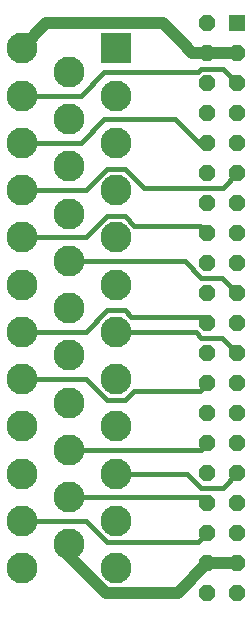
<source format=gbr>
G04 EAGLE Gerber RS-274X export*
G75*
%MOMM*%
%FSLAX34Y34*%
%LPD*%
%INBottom Copper*%
%IPPOS*%
%AMOC8*
5,1,8,0,0,1.08239X$1,22.5*%
G01*
%ADD10R,2.625000X2.625000*%
%ADD11C,2.625000*%
%ADD12R,1.422400X1.422400*%
%ADD13P,1.539592X8X292.500000*%
%ADD14C,0.400000*%
%ADD15C,1.000000*%


D10*
X130000Y650000D03*
D11*
X130000Y610000D03*
X130000Y570000D03*
X130000Y530000D03*
X130000Y490000D03*
X130000Y450000D03*
X130000Y410000D03*
X130000Y370000D03*
X130000Y330000D03*
X130000Y290000D03*
X130000Y250000D03*
X130000Y210000D03*
X90000Y630000D03*
X90000Y590000D03*
X90000Y550000D03*
X90000Y510000D03*
X90000Y470000D03*
X90000Y430000D03*
X90000Y390000D03*
X90000Y350000D03*
X90000Y310000D03*
X90000Y270000D03*
X90000Y230000D03*
X50000Y650000D03*
X50000Y610000D03*
X50000Y570000D03*
X50000Y530000D03*
X50000Y490000D03*
X50000Y450000D03*
X50000Y410000D03*
X50000Y370000D03*
X50000Y330000D03*
X50000Y290000D03*
X50000Y250000D03*
X50000Y210000D03*
D12*
X232700Y671300D03*
D13*
X207300Y671300D03*
X232700Y645900D03*
X207300Y645900D03*
X232700Y620500D03*
X207300Y620500D03*
X232700Y595100D03*
X207300Y595100D03*
X232700Y569700D03*
X207300Y569700D03*
X232700Y544300D03*
X207300Y544300D03*
X232700Y518900D03*
X207300Y518900D03*
X232700Y493500D03*
X207300Y493500D03*
X232700Y468100D03*
X207300Y468100D03*
X232700Y442700D03*
X207300Y442700D03*
X232700Y417300D03*
X207300Y417300D03*
X232700Y391900D03*
X207300Y391900D03*
X232700Y366500D03*
X207300Y366500D03*
X207300Y341100D03*
X232700Y341100D03*
X207300Y315700D03*
X232700Y315700D03*
X207300Y290300D03*
X232700Y290300D03*
X232700Y264900D03*
X207300Y264900D03*
X232700Y239500D03*
X207300Y239500D03*
X207300Y214100D03*
X232700Y214100D03*
X232700Y188700D03*
X207300Y188700D03*
D14*
X137508Y508125D02*
X122492Y508125D01*
X104367Y490000D02*
X50000Y490000D01*
X137508Y508125D02*
X145633Y500000D01*
X122492Y508125D02*
X104367Y490000D01*
X200800Y500000D02*
X207300Y493500D01*
X200800Y500000D02*
X145633Y500000D01*
X137508Y548125D02*
X122492Y548125D01*
X104367Y530000D02*
X50000Y530000D01*
X104367Y530000D02*
X122492Y548125D01*
X137508Y548125D02*
X153445Y532188D01*
X220588Y532188D01*
X232700Y544300D01*
X100000Y570000D02*
X50000Y570000D01*
X100000Y570000D02*
X120000Y590000D01*
X180000Y590000D01*
X200300Y569700D02*
X207300Y569700D01*
X200300Y569700D02*
X180000Y590000D01*
X100000Y610000D02*
X50000Y610000D01*
X100000Y610000D02*
X120000Y630000D01*
X199671Y630000D01*
X202283Y632612D01*
X220588Y632612D01*
X232700Y620500D01*
D15*
X71125Y671125D02*
X50000Y650000D01*
X71125Y671125D02*
X170000Y671125D01*
X190000Y651125D01*
X190000Y650000D01*
X194100Y645900D01*
X207300Y645900D01*
X232700Y645900D01*
D14*
X197471Y410000D02*
X130000Y410000D01*
X197471Y410000D02*
X202283Y405188D01*
X219412Y405188D02*
X232700Y391900D01*
X219412Y405188D02*
X202283Y405188D01*
X137508Y428125D02*
X122492Y428125D01*
X137508Y428125D02*
X142816Y422816D01*
X104367Y410000D02*
X50000Y410000D01*
X104367Y410000D02*
X122492Y428125D01*
X201784Y422816D02*
X207300Y417300D01*
X201784Y422816D02*
X142816Y422816D01*
X137508Y351875D02*
X122492Y351875D01*
X104367Y370000D02*
X50000Y370000D01*
X137508Y351875D02*
X145633Y360000D01*
X122492Y351875D02*
X104367Y370000D01*
X200800Y360000D02*
X207300Y366500D01*
X200800Y360000D02*
X145633Y360000D01*
X190471Y290000D02*
X202283Y278188D01*
X220588Y278188D01*
X232700Y290300D01*
X190471Y290000D02*
X130000Y290000D01*
X90000Y310000D02*
X201600Y310000D01*
X207300Y315700D01*
X202200Y270000D02*
X207300Y264900D01*
X202200Y270000D02*
X90000Y270000D01*
X104367Y250000D02*
X50000Y250000D01*
X104367Y250000D02*
X122492Y231875D01*
X199675Y231875D02*
X207300Y239500D01*
X199675Y231875D02*
X122492Y231875D01*
D15*
X90000Y220125D02*
X121250Y188875D01*
X90000Y220125D02*
X90000Y230000D01*
X182075Y188875D02*
X207300Y214100D01*
X182075Y188875D02*
X121250Y188875D01*
X207300Y214100D02*
X232700Y214100D01*
D14*
X188271Y470000D02*
X90000Y470000D01*
X219412Y455988D02*
X232700Y442700D01*
X202283Y455988D02*
X188271Y470000D01*
X202283Y455988D02*
X219412Y455988D01*
M02*

</source>
